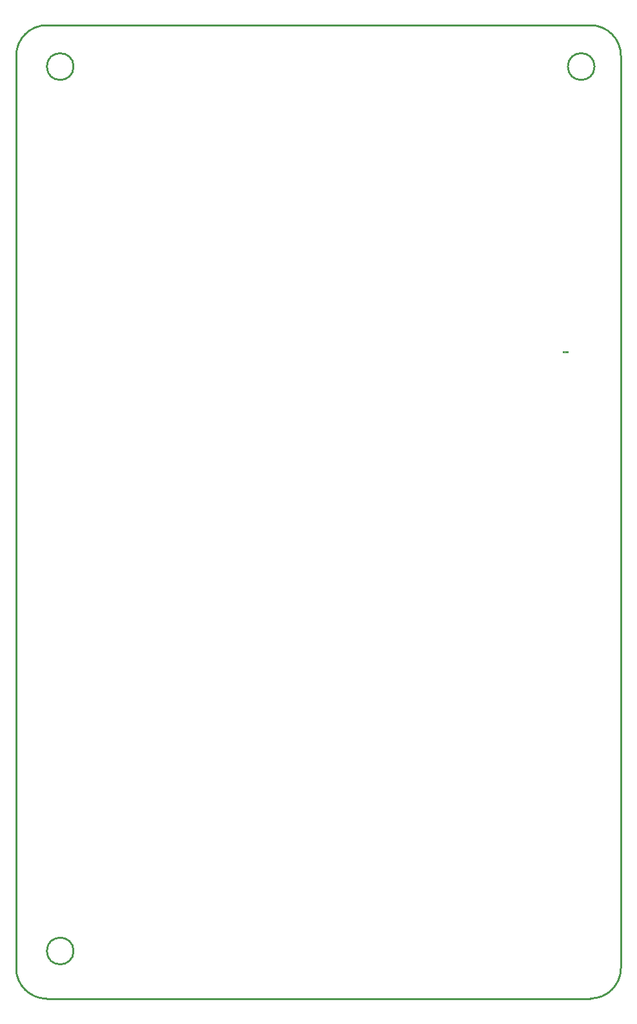
<source format=gm1>
G04*
G04 #@! TF.GenerationSoftware,Altium Limited,Altium Designer,19.1.5 (86)*
G04*
G04 Layer_Color=16711935*
%FSLAX25Y25*%
%MOIN*%
G70*
G01*
G75*
%ADD10C,0.01000*%
%ADD179C,0.00118*%
D10*
X298490Y481200D02*
G03*
X298490Y481200I-6890J0D01*
G01*
X29390D02*
G03*
X29390Y481200I-6890J0D01*
G01*
Y24600D02*
G03*
X29390Y24600I-6890J0D01*
G01*
X-248Y15748D02*
G03*
X15500Y0I15748J0D01*
G01*
X312100Y486800D02*
G03*
X296352Y502548I-15748J0D01*
G01*
Y52D02*
G03*
X312100Y15800I0J15748D01*
G01*
X15548Y502548D02*
G03*
X-200Y486800I0J-15748D01*
G01*
Y15796D02*
Y486800D01*
X15548Y502548D02*
X296352D01*
X312100Y15800D02*
Y486800D01*
X15500Y0D02*
X296300D01*
D179*
X284901Y333421D02*
Y334077D01*
X284770Y334208D01*
X284507D01*
X284376Y334077D01*
Y333421D01*
X283589Y334208D02*
X284114D01*
X283589Y333683D01*
Y333552D01*
X283720Y333421D01*
X283982D01*
X284114Y333552D01*
X283327D02*
X283195Y333421D01*
X282933D01*
X282802Y333552D01*
Y334077D01*
X282933Y334208D01*
X283195D01*
X283327Y334077D01*
Y333552D01*
X282015Y334208D02*
X282539D01*
X282015Y333683D01*
Y333552D01*
X282146Y333421D01*
X282408D01*
X282539Y333552D01*
M02*

</source>
